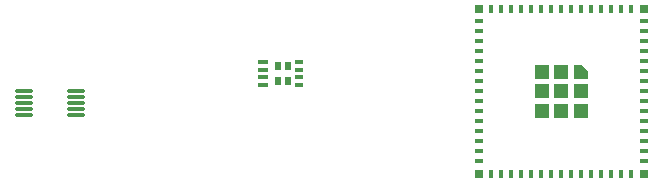
<source format=gbr>
%TF.GenerationSoftware,KiCad,Pcbnew,(6.0.4)*%
%TF.CreationDate,2022-11-13T14:24:48+02:00*%
%TF.ProjectId,pcb_heater_driver,7063625f-6865-4617-9465-725f64726976,rev?*%
%TF.SameCoordinates,Original*%
%TF.FileFunction,Paste,Top*%
%TF.FilePolarity,Positive*%
%FSLAX46Y46*%
G04 Gerber Fmt 4.6, Leading zero omitted, Abs format (unit mm)*
G04 Created by KiCad (PCBNEW (6.0.4)) date 2022-11-13 14:24:48*
%MOMM*%
%LPD*%
G01*
G04 APERTURE LIST*
G04 Aperture macros list*
%AMRoundRect*
0 Rectangle with rounded corners*
0 $1 Rounding radius*
0 $2 $3 $4 $5 $6 $7 $8 $9 X,Y pos of 4 corners*
0 Add a 4 corners polygon primitive as box body*
4,1,4,$2,$3,$4,$5,$6,$7,$8,$9,$2,$3,0*
0 Add four circle primitives for the rounded corners*
1,1,$1+$1,$2,$3*
1,1,$1+$1,$4,$5*
1,1,$1+$1,$6,$7*
1,1,$1+$1,$8,$9*
0 Add four rect primitives between the rounded corners*
20,1,$1+$1,$2,$3,$4,$5,0*
20,1,$1+$1,$4,$5,$6,$7,0*
20,1,$1+$1,$6,$7,$8,$9,0*
20,1,$1+$1,$8,$9,$2,$3,0*%
%AMFreePoly0*
4,1,6,0.600000,-0.600000,-0.600000,-0.600000,-0.600000,0.000000,0.000000,0.600000,0.600000,0.600000,0.600000,-0.600000,0.600000,-0.600000,$1*%
G04 Aperture macros list end*
%ADD10R,0.800000X0.800000*%
%ADD11R,1.200000X1.200000*%
%ADD12FreePoly0,270.000000*%
%ADD13R,0.800000X0.400000*%
%ADD14R,0.400000X0.800000*%
%ADD15RoundRect,0.075000X-0.650000X-0.075000X0.650000X-0.075000X0.650000X0.075000X-0.650000X0.075000X0*%
%ADD16R,0.510000X0.635000*%
%ADD17R,0.750000X0.300000*%
%ADD18R,0.830000X0.300000*%
G04 APERTURE END LIST*
D10*
%TO.C,U1*%
X103250000Y-110500000D03*
X89250000Y-110500000D03*
X89250000Y-96500000D03*
X103250000Y-96500000D03*
D11*
X97900000Y-103500000D03*
X96250000Y-103500000D03*
X94600000Y-105150000D03*
X94600000Y-103500000D03*
D12*
X97900000Y-101850000D03*
D11*
X97900000Y-105150000D03*
X96250000Y-105150000D03*
X96250000Y-101850000D03*
X94600000Y-101850000D03*
D13*
X103250000Y-97550000D03*
X103250000Y-98400000D03*
X103250000Y-99250000D03*
X103250000Y-100100000D03*
X103250000Y-100950000D03*
X103250000Y-101800000D03*
X103250000Y-102650000D03*
X103250000Y-103500000D03*
X103250000Y-104350000D03*
X103250000Y-105200000D03*
X103250000Y-106050000D03*
X103250000Y-106900000D03*
X103250000Y-107750000D03*
X103250000Y-108600000D03*
X103250000Y-109450000D03*
D14*
X102200000Y-110500000D03*
X101350000Y-110500000D03*
X100500000Y-110500000D03*
X99650000Y-110500000D03*
X98800000Y-110500000D03*
X97950000Y-110500000D03*
X97100000Y-110500000D03*
X96250000Y-110500000D03*
X95400000Y-110500000D03*
X94550000Y-110500000D03*
X93700000Y-110500000D03*
X92850000Y-110500000D03*
X92000000Y-110500000D03*
X91150000Y-110500000D03*
X90300000Y-110500000D03*
D13*
X89250000Y-109450000D03*
X89250000Y-108600000D03*
X89250000Y-107750000D03*
X89250000Y-106900000D03*
X89250000Y-106050000D03*
X89250000Y-105200000D03*
X89250000Y-104350000D03*
X89250000Y-103500000D03*
X89250000Y-102650000D03*
X89250000Y-101800000D03*
X89250000Y-100950000D03*
X89250000Y-100100000D03*
X89250000Y-99250000D03*
X89250000Y-98400000D03*
X89250000Y-97550000D03*
D14*
X90300000Y-96500000D03*
X91150000Y-96500000D03*
X92000000Y-96500000D03*
X92850000Y-96500000D03*
X93700000Y-96500000D03*
X94550000Y-96500000D03*
X95400000Y-96500000D03*
X96250000Y-96500000D03*
X97100000Y-96500000D03*
X97950000Y-96500000D03*
X98800000Y-96500000D03*
X99650000Y-96500000D03*
X100500000Y-96500000D03*
X101350000Y-96500000D03*
X102200000Y-96500000D03*
%TD*%
D15*
%TO.C,U2*%
X50800001Y-103500000D03*
X50800001Y-104000000D03*
X50800001Y-104500000D03*
X50800001Y-105000000D03*
X50800001Y-105500000D03*
X55200001Y-105500000D03*
X55200001Y-105000000D03*
X55200001Y-104500000D03*
X55200001Y-104000000D03*
X55200001Y-103500000D03*
%TD*%
D16*
%TO.C,Q1*%
X73145001Y-101374000D03*
X73145001Y-102626000D03*
D17*
X74075001Y-102975000D03*
D18*
X70965001Y-102975000D03*
D17*
X74075001Y-101025000D03*
X74075001Y-102325000D03*
D18*
X70965001Y-102325000D03*
D17*
X74075001Y-101675000D03*
D16*
X72285001Y-101374000D03*
D18*
X70965001Y-101025000D03*
X70965001Y-101675000D03*
D16*
X72285001Y-102626000D03*
%TD*%
M02*

</source>
